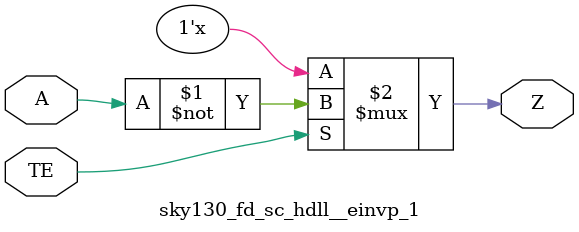
<source format=v>
/*
 * Copyright 2020 The SkyWater PDK Authors
 *
 * Licensed under the Apache License, Version 2.0 (the "License");
 * you may not use this file except in compliance with the License.
 * You may obtain a copy of the License at
 *
 *     https://www.apache.org/licenses/LICENSE-2.0
 *
 * Unless required by applicable law or agreed to in writing, software
 * distributed under the License is distributed on an "AS IS" BASIS,
 * WITHOUT WARRANTIES OR CONDITIONS OF ANY KIND, either express or implied.
 * See the License for the specific language governing permissions and
 * limitations under the License.
 *
 * SPDX-License-Identifier: Apache-2.0
*/


`ifndef SKY130_FD_SC_HDLL__EINVP_1_FUNCTIONAL_V
`define SKY130_FD_SC_HDLL__EINVP_1_FUNCTIONAL_V

/**
 * einvp: Tri-state inverter, positive enable.
 *
 * Verilog simulation functional model.
 */

`timescale 1ns / 1ps
`default_nettype none

`celldefine
module sky130_fd_sc_hdll__einvp_1 (
    Z ,
    A ,
    TE
);

    // Module ports
    output Z ;
    input  A ;
    input  TE;

    //     Name     Output  Other arguments
    notif1 notif10 (Z     , A, TE          );

endmodule
`endcelldefine

`default_nettype wire
`endif  // SKY130_FD_SC_HDLL__EINVP_1_FUNCTIONAL_V

</source>
